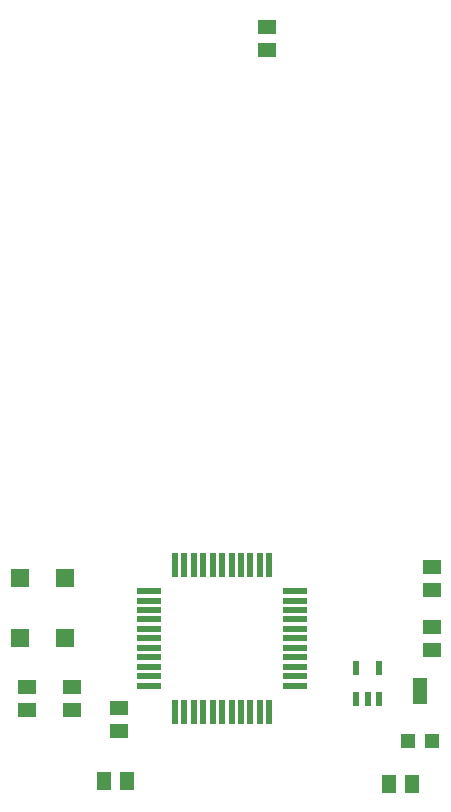
<source format=gtp>
G04 #@! TF.GenerationSoftware,KiCad,Pcbnew,(6.0.8)*
G04 #@! TF.CreationDate,2023-01-01T19:12:14-07:00*
G04 #@! TF.ProjectId,Havoc6295_2_0.kicad_pro,4861766f-6336-4323-9935-5f325f302e6b,rev?*
G04 #@! TF.SameCoordinates,Original*
G04 #@! TF.FileFunction,Paste,Top*
G04 #@! TF.FilePolarity,Positive*
%FSLAX46Y46*%
G04 Gerber Fmt 4.6, Leading zero omitted, Abs format (unit mm)*
G04 Created by KiCad (PCBNEW (6.0.8)) date 2023-01-01 19:12:14*
%MOMM*%
%LPD*%
G01*
G04 APERTURE LIST*
%ADD10R,1.270000X1.270000*%
%ADD11R,1.295400X2.300000*%
%ADD12R,1.500000X1.300000*%
%ADD13R,0.600000X1.200000*%
%ADD14R,1.300000X1.500000*%
%ADD15R,2.000000X0.500000*%
%ADD16R,0.500000X2.000000*%
%ADD17R,1.500000X1.600000*%
G04 APERTURE END LIST*
D10*
X166265100Y-136092600D03*
D11*
X165265100Y-131842600D03*
D10*
X164265100Y-136092600D03*
D12*
X152311100Y-75605600D03*
X152311100Y-77505600D03*
D13*
X159870100Y-132471600D03*
X160820100Y-132471600D03*
X161770100Y-132471600D03*
X161770100Y-129859600D03*
X159870100Y-129859600D03*
D12*
X139738100Y-133263600D03*
X139738100Y-135163600D03*
D14*
X140434100Y-139420600D03*
X138534100Y-139420600D03*
D12*
X135801100Y-131485600D03*
X135801100Y-133385600D03*
X166281100Y-126405600D03*
X166281100Y-128305600D03*
X166281100Y-121325600D03*
X166281100Y-123225600D03*
X131991100Y-133385600D03*
X131991100Y-131485600D03*
D14*
X162664100Y-139674600D03*
X164564100Y-139674600D03*
D15*
X142301100Y-123355600D03*
X142301100Y-124155600D03*
X142301100Y-124955600D03*
X142301100Y-125755600D03*
X142301100Y-126555600D03*
X142301100Y-127355600D03*
X142301100Y-128155600D03*
X142301100Y-128955600D03*
X142301100Y-129755600D03*
X142301100Y-130555600D03*
X142301100Y-131355600D03*
D16*
X144501100Y-133555600D03*
X145301100Y-133555600D03*
X146101100Y-133555600D03*
X146901100Y-133555600D03*
X147701100Y-133555600D03*
X148501100Y-133555600D03*
X149301100Y-133555600D03*
X150101100Y-133555600D03*
X150901100Y-133555600D03*
X151701100Y-133555600D03*
X152501100Y-133555600D03*
D15*
X154701100Y-131355600D03*
X154701100Y-130555600D03*
X154701100Y-129755600D03*
X154701100Y-128955600D03*
X154701100Y-128155600D03*
X154701100Y-127355600D03*
X154701100Y-126555600D03*
X154701100Y-125755600D03*
X154701100Y-124955600D03*
X154701100Y-124155600D03*
X154701100Y-123355600D03*
D16*
X152501100Y-121155600D03*
X151701100Y-121155600D03*
X150901100Y-121155600D03*
X150101100Y-121155600D03*
X149301100Y-121155600D03*
X148501100Y-121155600D03*
X147701100Y-121155600D03*
X146901100Y-121155600D03*
X146101100Y-121155600D03*
X145301100Y-121155600D03*
X144501100Y-121155600D03*
D17*
X131361100Y-122265600D03*
X131361100Y-127365600D03*
X135161100Y-127365600D03*
X135161100Y-122265600D03*
M02*

</source>
